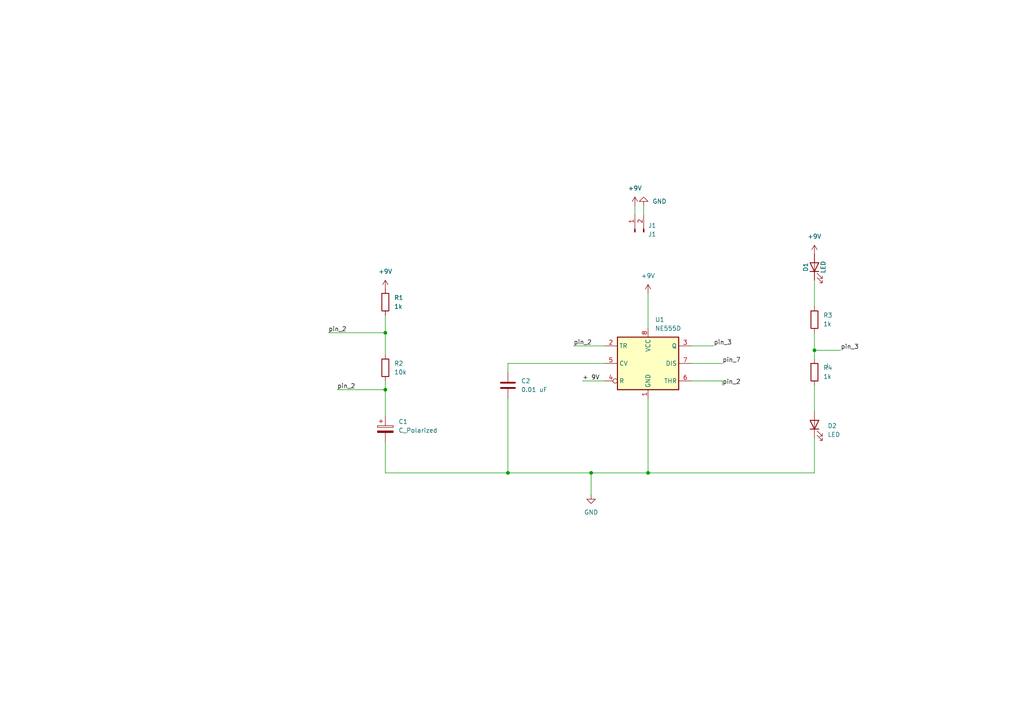
<source format=kicad_sch>
(kicad_sch (version 20211123) (generator eeschema)
  (paper "A4")
  (lib_symbols
    (symbol "Connector:Conn_01x02_Male" (pin_names (offset 1.016) hide)
      (property "Reference" "J" (at 0 2.54 0))
      (property "Value" "Conn_01x02_Male" (at 0 -5.08 0))
      (symbol "Conn_01x02_Male_1_1"
        (polyline (pts (xy 1.27 -2.54) (xy 0.8636 -2.54)) (stroke (width 0.1524)))
        (polyline (pts (xy 1.27 0) (xy 0.8636 0)) (stroke (width 0.1524)))
        (rectangle (start 0.8636 -2.413) (end 0 -2.667) (stroke (width 0.1524)) (fill (type outline)))
        (rectangle (start 0.8636 0.127) (end 0 -0.127) (stroke (width 0.1524)) (fill (type outline)))
        (pin passive line (at 5.08 0 180) (length 3.81) (name "Pin_1") (number "1"))
        (pin passive line (at 5.08 -2.54 180) (length 3.81) (name "Pin_2") (number "2"))
      )
    )
    (symbol "Device:C" (pin_numbers hide) (pin_names (offset 0.254))
      (property "Reference" "C" (at 0.635 2.54 0))
      (property "Value" "C" (at 0.635 -2.54 0))
      (symbol "C_0_1"
        (polyline (pts (xy -2.032 -0.762) (xy 2.032 -0.762)) (stroke (width 0.508)))
        (polyline (pts (xy -2.032 0.762) (xy 2.032 0.762)) (stroke (width 0.508)))
      )
      (symbol "C_1_1"
        (pin passive line (at 0 3.81 270) (length 2.794) (name "~") (number "1"))
        (pin passive line (at 0 -3.81 90) (length 2.794) (name "~") (number "2"))
      )
    )
    (symbol "Device:C_Polarized" (pin_numbers hide) (pin_names (offset 0.254))
      (property "Reference" "C" (at 0.635 2.54 0))
      (property "Value" "C_Polarized" (at 0.635 -2.54 0))
      (symbol "C_Polarized_0_1"
        (rectangle (start -2.286 0.508) (end 2.286 1.016))
        (polyline (pts (xy -1.778 2.286) (xy -0.762 2.286)))
        (polyline (pts (xy -1.27 2.794) (xy -1.27 1.778)))
        (rectangle (start 2.286 -0.508) (end -2.286 -1.016) (fill (type outline)))
      )
      (symbol "C_Polarized_1_1"
        (pin passive line (at 0 3.81 270) (length 2.794) (name "~") (number "1"))
        (pin passive line (at 0 -3.81 90) (length 2.794) (name "~") (number "2"))
      )
    )
    (symbol "Device:LED" (pin_numbers hide) (pin_names (offset 1.016) hide)
      (property "Reference" "D" (at 0 2.54 0))
      (property "Value" "LED" (at 0 -2.54 0))
      (symbol "LED_0_1"
        (polyline (pts (xy -1.27 -1.27) (xy -1.27 1.27)) (stroke (width 0.254)))
        (polyline (pts (xy -1.27 0) (xy 1.27 0)))
        (polyline (pts (xy 1.27 -1.27) (xy 1.27 1.27) (xy -1.27 0) (xy 1.27 -1.27)) (stroke (width 0.254)))
        (polyline (pts (xy -3.048 -0.762) (xy -4.572 -2.286) (xy -3.81 -2.286) (xy -4.572 -2.286) (xy -4.572 -1.524)))
        (polyline (pts (xy -1.778 -0.762) (xy -3.302 -2.286) (xy -2.54 -2.286) (xy -3.302 -2.286) (xy -3.302 -1.524)))
      )
      (symbol "LED_1_1"
        (pin passive line (at -3.81 0 0) (length 2.54) (name "K") (number "1"))
        (pin passive line (at 3.81 0 180) (length 2.54) (name "A") (number "2"))
      )
    )
    (symbol "Device:R" (pin_numbers hide) (pin_names (offset 0))
      (property "Reference" "R" (at 2.032 0 90))
      (property "Value" "R" (at 0 0 90))
      (symbol "R_0_1"
        (rectangle (start -1.016 -2.54) (end 1.016 2.54) (stroke (width 0.254)))
      )
      (symbol "R_1_1"
        (pin passive line (at 0 3.81 270) (length 1.27) (name "~") (number "1"))
        (pin passive line (at 0 -3.81 90) (length 1.27) (name "~") (number "2"))
      )
    )
    (symbol "Timer:NE555D"
      (property "Reference" "U" (at -10.16 8.89 0))
      (property "Value" "NE555D" (at 2.54 8.89 0))
      (symbol "NE555D_0_0"
        (pin power_in line (at 0 -10.16 90) (length 2.54) (name "GND") (number "1"))
        (pin power_in line (at 0 10.16 270) (length 2.54) (name "VCC") (number "8"))
      )
      (symbol "NE555D_0_1"
        (rectangle (start -8.89 -7.62) (end 8.89 7.62) (stroke (width 0.254)) (fill (type background)))
        (rectangle (start -8.89 -7.62) (end 8.89 7.62) (stroke (width 0.254)) (fill (type background)))
      )
      (symbol "NE555D_1_1"
        (pin input line (at -12.7 5.08 0) (length 3.81) (name "TR") (number "2"))
        (pin output line (at 12.7 5.08 180) (length 3.81) (name "Q") (number "3"))
        (pin input inverted (at -12.7 -5.08 0) (length 3.81) (name "R") (number "4"))
        (pin input line (at -12.7 0 0) (length 3.81) (name "CV") (number "5"))
        (pin input line (at 12.7 -5.08 180) (length 3.81) (name "THR") (number "6"))
        (pin input line (at 12.7 0 180) (length 3.81) (name "DIS") (number "7"))
      )
    )
    (symbol "power:+9V" (power) (pin_names (offset 0))
      (property "Value" "+9V" (at 0 3.556 0))
      (symbol "+9V_0_1"
        (polyline (pts (xy -0.762 1.27) (xy 0 2.54)))
        (polyline (pts (xy 0 0) (xy 0 2.54)))
        (polyline (pts (xy 0 2.54) (xy 0.762 1.27)))
      )
      (symbol "+9V_1_1"
        (pin power_in line (at 0 0 90) (length 0) hide (name "+9V") (number "1"))
      )
    )
    (symbol "power:GND" (power) (pin_names (offset 0))
      (property "Value" "GND" (at 0 -3.81 0))
      (symbol "GND_0_1"
        (polyline (pts (xy 0 0) (xy 0 -1.27) (xy 1.27 -1.27) (xy 0 -2.54) (xy -1.27 -1.27) (xy 0 -1.27)))
      )
      (symbol "GND_1_1"
        (pin power_in line (at 0 0 270) (length 0) hide (name "GND") (number "1"))
      )
    )
  )
  (junction (at 111.76 113.03))
  (junction (at 187.96 137.16))
  (junction (at 171.45 137.16))
  (junction (at 111.76 96.52))
  (junction (at 236.22 101.6))
  (junction (at 147.32 137.16))
  (wire (pts (xy 95.25 96.52) (xy 111.76 96.52)))
  (wire (pts (xy 236.22 127) (xy 236.22 137.16)))
  (wire (pts (xy 111.76 137.16) (xy 147.32 137.16)))
  (wire (pts (xy 175.26 105.41) (xy 147.32 105.41)))
  (wire (pts (xy 147.32 137.16) (xy 171.45 137.16)))
  (wire (pts (xy 111.76 113.03) (xy 111.76 120.65)))
  (wire (pts (xy 111.76 96.52) (xy 111.76 102.87)))
  (wire (pts (xy 147.32 105.41) (xy 147.32 107.95)))
  (wire (pts (xy 236.22 96.52) (xy 236.22 101.6)))
  (wire (pts (xy 200.66 110.49) (xy 209.55 110.49)))
  (wire (pts (xy 187.96 115.57) (xy 187.96 137.16)))
  (wire (pts (xy 236.22 111.76) (xy 236.22 119.38)))
  (wire (pts (xy 186.69 59.69) (xy 186.69 62.23)))
  (wire (pts (xy 111.76 128.27) (xy 111.76 137.16)))
  (wire (pts (xy 187.96 85.09) (xy 187.96 95.25)))
  (wire (pts (xy 171.45 137.16) (xy 171.45 143.51)))
  (wire (pts (xy 168.91 110.49) (xy 175.26 110.49)))
  (wire (pts (xy 97.79 113.03) (xy 111.76 113.03)))
  (wire (pts (xy 166.37 100.33) (xy 175.26 100.33)))
  (wire (pts (xy 184.15 59.69) (xy 184.15 62.23)))
  (wire (pts (xy 236.22 81.28) (xy 236.22 88.9)))
  (wire (pts (xy 200.66 100.33) (xy 207.01 100.33)))
  (wire (pts (xy 240.03 105.41) (xy 240.03 106.68)))
  (wire (pts (xy 111.76 91.44) (xy 111.76 96.52)))
  (wire (pts (xy 187.96 137.16) (xy 236.22 137.16)))
  (wire (pts (xy 171.45 137.16) (xy 187.96 137.16)))
  (wire (pts (xy 236.22 101.6) (xy 236.22 104.14)))
  (wire (pts (xy 111.76 110.49) (xy 111.76 113.03)))
  (wire (pts (xy 147.32 115.57) (xy 147.32 137.16)))
  (wire (pts (xy 209.55 110.49) (xy 209.55 111.76)))
  (wire (pts (xy 236.22 101.6) (xy 243.84 101.6)))
  (wire (pts (xy 200.66 105.41) (xy 209.55 105.41)))
  (label "pin_2" (at 166.37 100.33 0))
  (label "+ 9V" (at 168.91 110.49 0))
  (label "pin_7" (at 209.55 105.41 0))
  (label "pin_2" (at 95.25 96.52 0))
  (label "pin_3" (at 243.84 101.6 0))
  (label "pin_2" (at 97.79 113.03 0))
  (label "pin_2" (at 209.55 111.76 0))
  (label "pin_3" (at 207.01 100.33 0))
  (symbol (lib_id "Device:C_Polarized") (at 111.76 124.46 0) (unit 1)
    (property "Reference" "C1" (at 115.57 122.3009 0) (effects (justify left)))
    (property "Value" "C_Polarized" (at 115.57 124.8409 0) (effects (justify left)))
  )
  (symbol (lib_id "Device:LED") (at 236.22 123.19 90) (unit 1)
    (property "Reference" "D2" (at 240.03 123.5074 90) (effects (justify right)))
    (property "Value" "LED" (at 240.03 126.0474 90) (effects (justify right)))
  )
  (symbol (lib_id "power:GND") (at 171.45 143.51 0) (unit 1)
    (property "Reference" "#PWR03" (effects hide))
    (property "Value" "GND" (at 171.45 148.59 0))
  )
  (symbol (lib_id "Device:R") (at 111.76 87.63 0) (unit 1)
    (property "Reference" "R1" (at 114.3 86.3599 0) (effects (justify left)))
    (property "Value" "1k" (at 114.3 88.8999 0) (effects (justify left)))
  )
  (symbol (lib_id "Device:C") (at 147.32 111.76 0) (unit 1)
    (property "Reference" "C2" (at 151.13 110.4899 0) (effects (justify left)))
    (property "Value" "0.01 uF" (at 151.13 113.0299 0) (effects (justify left)))
  )
  (symbol (lib_id "power:+9V") (at 187.96 85.09 0) (unit 1)
    (property "Reference" "#PWR02" (effects hide))
    (property "Value" "+9V" (at 187.96 80.01 0))
  )
  (symbol (lib_id "Device:R") (at 236.22 92.71 0) (unit 1)
    (property "Reference" "R3" (at 238.76 91.4399 0) (effects (justify left)))
    (property "Value" "1k" (at 238.76 93.9799 0) (effects (justify left)))
  )
  (symbol (lib_id "power:+9V") (at 236.22 73.66 0) (unit 1)
    (property "Reference" "#PWR?" (effects hide))
    (property "Value" "+9V" (at 236.22 68.58 0))
  )
  (symbol (lib_id "Connector:Conn_01x02_Male") (at 184.15 67.31 90) (unit 1)
    (property "Reference" "J1" (at 187.96 65.4049 90) (effects (justify right)))
    (property "Value" "J1" (at 187.96 67.9449 90) (effects (justify right)))
  )
  (symbol (lib_id "Device:R") (at 236.22 107.95 0) (unit 1)
    (property "Reference" "R4" (at 238.76 106.6799 0) (effects (justify left)))
    (property "Value" "1k" (at 238.76 109.2199 0) (effects (justify left)))
  )
  (symbol (lib_id "power:+9V") (at 184.15 59.69 0) (unit 1)
    (property "Reference" "#PWR?" (effects hide))
    (property "Value" "+9V" (at 184.15 54.61 0))
  )
  (symbol (lib_id "Timer:NE555D") (at 187.96 105.41 0) (unit 1)
    (property "Reference" "U1" (at 189.9794 92.71 0) (effects (justify left)))
    (property "Value" "NE555D" (at 189.9794 95.25 0) (effects (justify left)))
    (property "Footprint" "Package_SO:SOIC-8_3.9x4.9mm_P1.27mm" (effects hide))
    (property "Datasheet" "http://www.ti.com/lit/ds/symlink/ne555.pdf" (effects hide))
  )
  (symbol (lib_id "power:+9V") (at 111.76 83.82 0) (unit 1)
    (property "Reference" "#PWR01" (effects hide))
    (property "Value" "+9V" (at 111.76 78.74 0))
  )
  (symbol (lib_id "Device:R") (at 111.76 106.68 0) (unit 1)
    (property "Reference" "R2" (at 114.3 105.4099 0) (effects (justify left)))
    (property "Value" "10k" (at 114.3 107.9499 0) (effects (justify left)))
  )
  (symbol (lib_id "power:GND") (at 186.69 59.69 180) (unit 1)
    (property "Reference" "#PWR?" (effects hide))
    (property "Value" "GND" (at 189.23 58.4199 0) (effects (justify right)))
  )
  (symbol (lib_id "Device:LED") (at 236.22 77.47 90) (unit 1)
    (property "Reference" "D1" (at 233.68 77.47 0))
    (property "Value" "LED" (at 238.76 77.47 0))
  )
)
</source>
